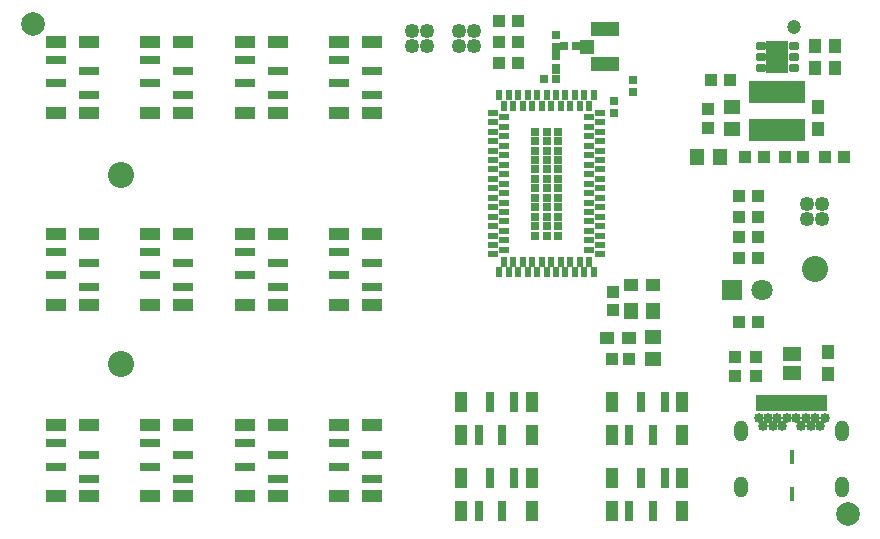
<source format=gts>
G04 Layer_Color=8388736*
%FSLAX25Y25*%
%MOIN*%
G70*
G01*
G75*
%ADD59R,0.02768X0.02768*%
%ADD60R,0.01981X0.04737*%
%ADD61R,0.03950X0.04343*%
%ADD62C,0.07874*%
%ADD63R,0.03950X0.06706*%
%ADD64R,0.03162X0.06706*%
%ADD65R,0.05131X0.05524*%
%ADD66R,0.05524X0.05131*%
%ADD67R,0.04737X0.04343*%
%ADD68R,0.03950X0.03950*%
%ADD69R,0.03950X0.03950*%
%ADD70R,0.04343X0.04737*%
%ADD71R,0.02768X0.02768*%
%ADD72R,0.09461X0.04934*%
%ADD73R,0.04934X0.04737*%
%ADD74R,0.06706X0.03950*%
%ADD75R,0.06706X0.03162*%
%ADD76R,0.01981X0.05524*%
%ADD77R,0.01587X0.04737*%
%ADD78R,0.18516X0.07690*%
%ADD79R,0.04343X0.03950*%
%ADD80R,0.03162X0.03556*%
%ADD81C,0.04737*%
%ADD82R,0.02572X0.02572*%
%ADD83R,0.03320X0.02060*%
%ADD84R,0.02060X0.03320*%
%ADD85R,0.07690X0.10642*%
G04:AMPARAMS|DCode=86|XSize=25.72mil|YSize=35.56mil|CornerRadius=8.43mil|HoleSize=0mil|Usage=FLASHONLY|Rotation=90.000|XOffset=0mil|YOffset=0mil|HoleType=Round|Shape=RoundedRectangle|*
%AMROUNDEDRECTD86*
21,1,0.02572,0.01870,0,0,90.0*
21,1,0.00886,0.03556,0,0,90.0*
1,1,0.01686,0.00935,0.00443*
1,1,0.01686,0.00935,-0.00443*
1,1,0.01686,-0.00935,-0.00443*
1,1,0.01686,-0.00935,0.00443*
%
%ADD86ROUNDEDRECTD86*%
%ADD87C,0.04934*%
%ADD88C,0.07099*%
%ADD89R,0.07099X0.07099*%
%ADD90C,0.03359*%
%ADD91O,0.04737X0.07099*%
%ADD92C,0.08674*%
D59*
X198819Y138779D02*
D03*
Y142716D02*
D03*
X204921Y149607D02*
D03*
X204921Y145669D02*
D03*
X179370Y160865D02*
D03*
X179370Y164802D02*
D03*
D60*
X259842Y58268D02*
D03*
X257874D02*
D03*
X255906Y58268D02*
D03*
Y51968D02*
D03*
X257874Y51968D02*
D03*
X259842D02*
D03*
D61*
X240241Y68898D02*
D03*
X246540D02*
D03*
X246728Y97303D02*
D03*
X240429D02*
D03*
X240429Y90413D02*
D03*
X246728D02*
D03*
X240399Y111083D02*
D03*
X246698D02*
D03*
Y104193D02*
D03*
X240399D02*
D03*
X248592Y124016D02*
D03*
X242293D02*
D03*
X230906Y149724D02*
D03*
X237205D02*
D03*
X275394Y124016D02*
D03*
X269094D02*
D03*
X261811D02*
D03*
X255512D02*
D03*
X160236Y169291D02*
D03*
X166535D02*
D03*
X160236Y155512D02*
D03*
X166535D02*
D03*
X160236Y162402D02*
D03*
X166535D02*
D03*
D62*
X4921Y168307D02*
D03*
X276575Y4921D02*
D03*
D63*
X171260Y42323D02*
D03*
Y31299D02*
D03*
X147638Y42323D02*
D03*
X147638Y31299D02*
D03*
X171260Y17016D02*
D03*
X171260Y5992D02*
D03*
X147638Y17016D02*
D03*
X147638Y5992D02*
D03*
X221457Y17016D02*
D03*
X221457Y5992D02*
D03*
X197835Y17016D02*
D03*
X197835Y5992D02*
D03*
X221457Y42520D02*
D03*
Y31496D02*
D03*
X197835Y42520D02*
D03*
Y31496D02*
D03*
D64*
X165354Y42323D02*
D03*
X161417Y31299D02*
D03*
X157480Y42323D02*
D03*
X153543Y31299D02*
D03*
X165354Y17016D02*
D03*
X161417Y5992D02*
D03*
X157480Y17016D02*
D03*
X153543Y5992D02*
D03*
X215551Y17016D02*
D03*
X211614Y5992D02*
D03*
X207677Y17016D02*
D03*
X203740Y5992D02*
D03*
X215551Y42520D02*
D03*
X211614Y31496D02*
D03*
X207677Y42520D02*
D03*
X203740Y31496D02*
D03*
D65*
X211667Y72865D02*
D03*
X204383D02*
D03*
X234055Y124016D02*
D03*
X226378Y124016D02*
D03*
D66*
X211706Y63996D02*
D03*
Y56713D02*
D03*
X237992Y140571D02*
D03*
Y133287D02*
D03*
D67*
X211768Y81274D02*
D03*
X204484D02*
D03*
X203734Y63835D02*
D03*
X196450Y63835D02*
D03*
D68*
X198228Y73062D02*
D03*
Y78967D02*
D03*
D69*
X203746Y56713D02*
D03*
X197840Y56713D02*
D03*
D70*
X272441Y161043D02*
D03*
Y153760D02*
D03*
X265551Y160945D02*
D03*
X265551Y153661D02*
D03*
X266535Y140571D02*
D03*
Y133287D02*
D03*
X269835Y58908D02*
D03*
Y51624D02*
D03*
D71*
X186024Y160886D02*
D03*
X182087Y160886D02*
D03*
X179331Y150106D02*
D03*
X175394D02*
D03*
D72*
X195651Y155058D02*
D03*
Y166672D02*
D03*
D73*
X189647Y160865D02*
D03*
D74*
X118110Y138780D02*
D03*
X107087Y138780D02*
D03*
X118110Y162402D02*
D03*
X107087D02*
D03*
X86614Y138780D02*
D03*
X75590D02*
D03*
X86614Y162402D02*
D03*
X75590Y162402D02*
D03*
X55118Y138780D02*
D03*
X44094D02*
D03*
X55118Y162402D02*
D03*
X44094D02*
D03*
X23622Y138780D02*
D03*
X12598Y138780D02*
D03*
X23622Y162402D02*
D03*
X12598Y162402D02*
D03*
X23622Y74803D02*
D03*
X12598Y74803D02*
D03*
X23622Y98425D02*
D03*
X12598D02*
D03*
X55118Y74803D02*
D03*
X44094D02*
D03*
X55118Y98425D02*
D03*
X44094Y98425D02*
D03*
X118110Y74803D02*
D03*
X107087Y74803D02*
D03*
X118110Y98425D02*
D03*
X107087Y98425D02*
D03*
X23622Y10913D02*
D03*
X12598Y10913D02*
D03*
X23622Y34536D02*
D03*
X12598Y34536D02*
D03*
X86614Y10913D02*
D03*
X75590Y10913D02*
D03*
X86614Y34536D02*
D03*
X75590D02*
D03*
X118110Y10913D02*
D03*
X107087Y10913D02*
D03*
X118110Y34535D02*
D03*
X107087D02*
D03*
X86614Y74803D02*
D03*
X75591D02*
D03*
X86614Y98425D02*
D03*
X75591Y98425D02*
D03*
X55118Y10913D02*
D03*
X44094Y10913D02*
D03*
X55118Y34536D02*
D03*
X44094D02*
D03*
D75*
X118110Y144685D02*
D03*
X107087Y148622D02*
D03*
X118110Y152559D02*
D03*
X107087Y156496D02*
D03*
X86614Y144685D02*
D03*
X75590Y148622D02*
D03*
X86614Y152559D02*
D03*
X75590Y156496D02*
D03*
X55118Y144685D02*
D03*
X44094Y148622D02*
D03*
X55118Y152559D02*
D03*
X44094Y156496D02*
D03*
X23622Y144685D02*
D03*
X12598Y148622D02*
D03*
X23622Y152559D02*
D03*
X12598Y156496D02*
D03*
X23622Y80709D02*
D03*
X12598Y84646D02*
D03*
X23622Y88583D02*
D03*
X12598Y92520D02*
D03*
X55118Y80709D02*
D03*
X44094Y84646D02*
D03*
X55118Y88583D02*
D03*
X44094Y92520D02*
D03*
X118110Y80709D02*
D03*
X107087Y84646D02*
D03*
X118110Y88583D02*
D03*
X107087Y92520D02*
D03*
X23622Y16819D02*
D03*
X12598Y20756D02*
D03*
X23622Y24693D02*
D03*
X12598Y28630D02*
D03*
X86614Y16819D02*
D03*
X75590Y20756D02*
D03*
X86614Y24693D02*
D03*
X75590Y28630D02*
D03*
X118110Y16819D02*
D03*
X107087Y20756D02*
D03*
X118110Y24693D02*
D03*
X107087Y28630D02*
D03*
X86614Y80709D02*
D03*
X75591Y84646D02*
D03*
X86614Y88583D02*
D03*
X75591Y92520D02*
D03*
X55118Y16819D02*
D03*
X44094Y20756D02*
D03*
X55118Y24693D02*
D03*
X44094Y28630D02*
D03*
D76*
X268701Y42047D02*
D03*
X266732D02*
D03*
X264764D02*
D03*
X262795Y42047D02*
D03*
X260827Y42047D02*
D03*
X258858D02*
D03*
X256890Y42047D02*
D03*
X254921D02*
D03*
X252953Y42047D02*
D03*
X250984D02*
D03*
X249016Y42047D02*
D03*
X247047D02*
D03*
D77*
X257874Y11811D02*
D03*
Y24016D02*
D03*
D78*
X253150Y145799D02*
D03*
Y133004D02*
D03*
D79*
X230118Y133780D02*
D03*
Y140079D02*
D03*
X246063Y57480D02*
D03*
X246063Y51181D02*
D03*
X238925D02*
D03*
Y57480D02*
D03*
D80*
X179370Y158001D02*
D03*
X179370Y153277D02*
D03*
D81*
X258661Y167441D02*
D03*
D82*
X172244Y132480D02*
D03*
X176181D02*
D03*
X180118D02*
D03*
X172244Y129331D02*
D03*
X176181D02*
D03*
X180118D02*
D03*
X172244Y126181D02*
D03*
X176181D02*
D03*
X180118D02*
D03*
X172244Y123031D02*
D03*
X176181D02*
D03*
X180118D02*
D03*
X172244Y119882D02*
D03*
X176181D02*
D03*
X180118D02*
D03*
X172244Y116732D02*
D03*
X176181D02*
D03*
X180118D02*
D03*
X172244Y113583D02*
D03*
X176181D02*
D03*
X180118D02*
D03*
X172244Y110433D02*
D03*
X176181D02*
D03*
X180118D02*
D03*
X172244Y107283D02*
D03*
X176181D02*
D03*
X180118D02*
D03*
X172244Y104134D02*
D03*
X176181D02*
D03*
X180118D02*
D03*
X172244Y100984D02*
D03*
X176181D02*
D03*
X180118D02*
D03*
X172244Y97835D02*
D03*
X176181D02*
D03*
X180118D02*
D03*
D83*
X193898Y91536D02*
D03*
X190354Y93110D02*
D03*
X193898Y94685D02*
D03*
X190354Y96260D02*
D03*
X193898Y97835D02*
D03*
X190354Y99410D02*
D03*
X193898Y100984D02*
D03*
X190354Y102559D02*
D03*
X193898Y104134D02*
D03*
X190354Y105709D02*
D03*
X193898Y107283D02*
D03*
X190354Y108858D02*
D03*
X193898Y110433D02*
D03*
X190354Y112008D02*
D03*
X193898Y113583D02*
D03*
X190354Y115157D02*
D03*
X193898Y116732D02*
D03*
X190354Y118307D02*
D03*
X193898Y119882D02*
D03*
X190354Y121457D02*
D03*
X193898Y123031D02*
D03*
X190354Y124606D02*
D03*
X193898Y126181D02*
D03*
X190354Y127756D02*
D03*
X193898Y129331D02*
D03*
X190354Y130906D02*
D03*
X193898Y132480D02*
D03*
X190354Y134055D02*
D03*
X193898Y135630D02*
D03*
X190354Y137205D02*
D03*
X193898Y138780D02*
D03*
X158465D02*
D03*
X162008Y137205D02*
D03*
X158465Y135630D02*
D03*
X162008Y134055D02*
D03*
X158465Y132480D02*
D03*
X162008Y130906D02*
D03*
X158465Y129331D02*
D03*
X162008Y127756D02*
D03*
X158465Y126181D02*
D03*
X162008Y124606D02*
D03*
X158465Y123031D02*
D03*
X162008Y121457D02*
D03*
X158465Y119882D02*
D03*
X162008Y118307D02*
D03*
X158465Y116732D02*
D03*
X162008Y115157D02*
D03*
X158465Y113583D02*
D03*
X162008Y112008D02*
D03*
X158465Y110433D02*
D03*
X162008Y108858D02*
D03*
X158465Y107283D02*
D03*
X162008Y105709D02*
D03*
X158465Y104134D02*
D03*
X162008Y102559D02*
D03*
X158465Y100984D02*
D03*
X162008Y99410D02*
D03*
X158465Y97835D02*
D03*
X162008Y96260D02*
D03*
X158465Y94685D02*
D03*
X162008Y93110D02*
D03*
X158465Y91536D02*
D03*
D84*
X191929Y144685D02*
D03*
X190354Y141142D02*
D03*
X188779Y144685D02*
D03*
X187205Y141142D02*
D03*
X185630Y144685D02*
D03*
X184055Y141142D02*
D03*
X182480Y144685D02*
D03*
X180905Y141142D02*
D03*
X179331Y144685D02*
D03*
X177756Y141142D02*
D03*
X176181Y144685D02*
D03*
X174606Y141142D02*
D03*
X173031Y144685D02*
D03*
X171457Y141142D02*
D03*
X169882Y144685D02*
D03*
X168307Y141142D02*
D03*
X166732Y144685D02*
D03*
X165157Y141142D02*
D03*
X163583Y144685D02*
D03*
X162008Y141142D02*
D03*
X160433Y144685D02*
D03*
Y85630D02*
D03*
X162008Y89173D02*
D03*
X163583Y85630D02*
D03*
X165157Y89173D02*
D03*
X166732Y85630D02*
D03*
X168307Y89173D02*
D03*
X169882Y85630D02*
D03*
X171457Y89173D02*
D03*
X173031Y85630D02*
D03*
X174606Y89173D02*
D03*
X176181Y85630D02*
D03*
X177756Y89173D02*
D03*
X179331Y85630D02*
D03*
X180905Y89173D02*
D03*
X182480Y85630D02*
D03*
X184055Y89173D02*
D03*
X185630Y85630D02*
D03*
X187205Y89173D02*
D03*
X188779Y85630D02*
D03*
X190354Y89173D02*
D03*
X191929Y85630D02*
D03*
D85*
X253150Y157402D02*
D03*
D86*
X258661Y161142D02*
D03*
Y157402D02*
D03*
Y153661D02*
D03*
X247638D02*
D03*
Y157402D02*
D03*
X247638Y161142D02*
D03*
D87*
X268035Y103209D02*
D03*
X263035D02*
D03*
X268035Y108209D02*
D03*
X263035D02*
D03*
X131358Y160886D02*
D03*
Y165886D02*
D03*
X136358Y160886D02*
D03*
Y165886D02*
D03*
X147106Y160886D02*
D03*
Y165886D02*
D03*
X152106Y160886D02*
D03*
Y165886D02*
D03*
D88*
X248124Y79724D02*
D03*
D89*
X238124D02*
D03*
D90*
X256299Y37126D02*
D03*
X259449D02*
D03*
X253150D02*
D03*
X262598D02*
D03*
X250000D02*
D03*
X265748D02*
D03*
X246850D02*
D03*
X268898D02*
D03*
X254724Y34370D02*
D03*
X261024Y34370D02*
D03*
X251575Y34370D02*
D03*
X264173Y34370D02*
D03*
X248425Y34370D02*
D03*
X267323D02*
D03*
D91*
X274685Y32598D02*
D03*
X241063D02*
D03*
X274685Y13976D02*
D03*
X241063D02*
D03*
D92*
X265620Y86614D02*
D03*
X34449Y118110D02*
D03*
Y55118D02*
D03*
M02*

</source>
